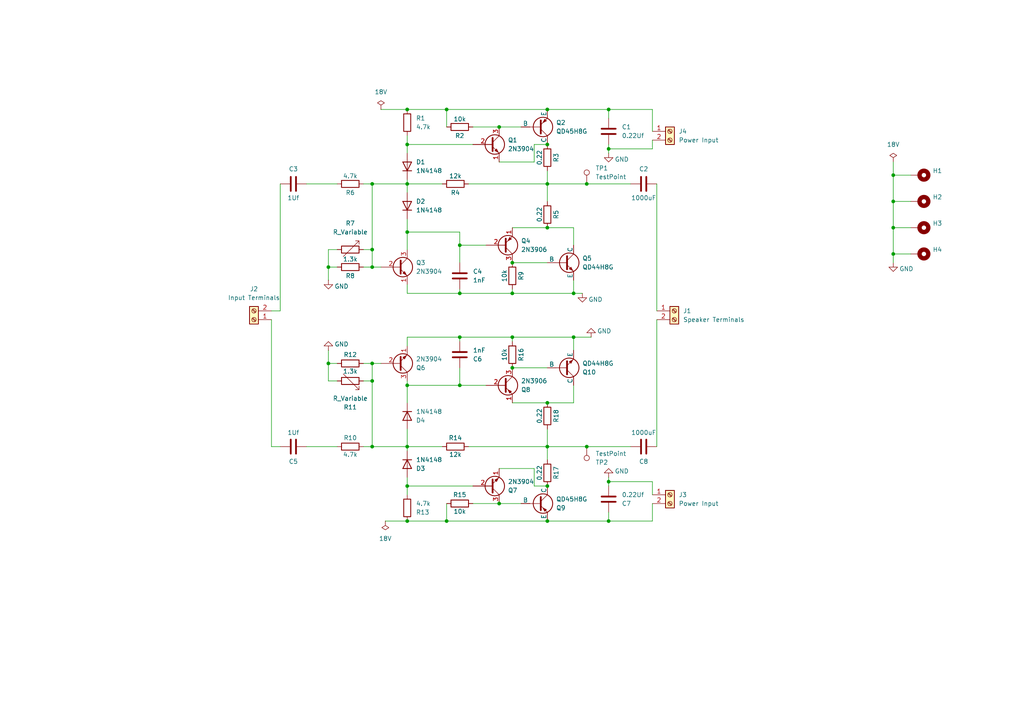
<source format=kicad_sch>
(kicad_sch (version 20231120) (generator "eeschema") (generator_version "8.0")
  (paper "A4")
  (lib_symbols
    (symbol "Connector:Screw_Terminal_01x02" (pin_names (offset 1.016) hide)
      (property "Reference" "J" (at 0 2.54 0))
      (property "Value" "Screw_Terminal_01x02" (at 0 -5.08 0))
      (symbol "Screw_Terminal_01x02_1_1"
        (rectangle (start -1.27 1.27) (end 1.27 -3.81) (stroke (width 0.254)) (fill (type background)))
        (circle (center 0 -2.54) (radius 0.635) (stroke (width 0.1524)))
        (polyline (pts (xy -0.5334 -2.2098) (xy 0.3302 -3.048)) (stroke (width 0.1524)))
        (polyline (pts (xy -0.5334 0.3302) (xy 0.3302 -0.508)) (stroke (width 0.1524)))
        (polyline (pts (xy -0.3556 -2.032) (xy 0.508 -2.8702)) (stroke (width 0.1524)))
        (polyline (pts (xy -0.3556 0.508) (xy 0.508 -0.3302)) (stroke (width 0.1524)))
        (circle (center 0 0) (radius 0.635) (stroke (width 0.1524)))
        (pin passive line (at -5.08 0 0) (length 3.81) (name "Pin_1") (number "1"))
        (pin passive line (at -5.08 -2.54 0) (length 3.81) (name "Pin_2") (number "2"))
      )
    )
    (symbol "Connector:TestPoint" (pin_numbers hide) (pin_names (offset 0.762) hide)
      (property "Reference" "TP" (at 0 6.858 0))
      (property "Value" "TestPoint" (at 0 5.08 0))
      (symbol "TestPoint_0_1"
        (circle (center 0 3.302) (radius 0.762))
      )
      (symbol "TestPoint_1_1"
        (pin passive line (at 0 0 90) (length 2.54) (name "1") (number "1"))
      )
    )
    (symbol "Device:C" (pin_numbers hide) (pin_names (offset 0.254))
      (property "Reference" "C" (at 0.635 2.54 0))
      (property "Value" "C" (at 0.635 -2.54 0))
      (symbol "C_0_1"
        (polyline (pts (xy -2.032 -0.762) (xy 2.032 -0.762)) (stroke (width 0.508)))
        (polyline (pts (xy -2.032 0.762) (xy 2.032 0.762)) (stroke (width 0.508)))
      )
      (symbol "C_1_1"
        (pin passive line (at 0 3.81 270) (length 2.794) (name "~") (number "1"))
        (pin passive line (at 0 -3.81 90) (length 2.794) (name "~") (number "2"))
      )
    )
    (symbol "Device:R" (pin_numbers hide) (pin_names (offset 0))
      (property "Reference" "R" (at 2.032 0 90))
      (property "Value" "R" (at 0 0 90))
      (symbol "R_0_1"
        (rectangle (start -1.016 -2.54) (end 1.016 2.54) (stroke (width 0.254)))
      )
      (symbol "R_1_1"
        (pin passive line (at 0 3.81 270) (length 1.27) (name "~") (number "1"))
        (pin passive line (at 0 -3.81 90) (length 1.27) (name "~") (number "2"))
      )
    )
    (symbol "Device:R_Variable" (pin_numbers hide) (pin_names (offset 0))
      (property "Reference" "R" (at 2.54 -2.54 90))
      (property "Value" "R_Variable" (at -2.54 -1.27 90))
      (symbol "R_Variable_0_1"
        (rectangle (start -1.016 -2.54) (end 1.016 2.54) (stroke (width 0.254)))
        (polyline (pts (xy 2.54 1.524) (xy 2.54 2.54) (xy 1.524 2.54) (xy 2.54 2.54) (xy -2.032 -2.032)))
      )
      (symbol "R_Variable_1_1"
        (pin passive line (at 0 3.81 270) (length 1.27) (name "~") (number "1"))
        (pin passive line (at 0 -3.81 90) (length 1.27) (name "~") (number "2"))
      )
    )
    (symbol "Diode:1N4148" (pin_numbers hide) (pin_names hide)
      (property "Reference" "D" (at 0 2.54 0))
      (property "Value" "1N4148" (at 0 -2.54 0))
      (symbol "1N4148_0_1"
        (polyline (pts (xy -1.27 1.27) (xy -1.27 -1.27)) (stroke (width 0.254)))
        (polyline (pts (xy 1.27 0) (xy -1.27 0)))
        (polyline (pts (xy 1.27 1.27) (xy 1.27 -1.27) (xy -1.27 0) (xy 1.27 1.27)) (stroke (width 0.254)))
      )
      (symbol "1N4148_1_1"
        (pin passive line (at -3.81 0 0) (length 2.54) (name "K") (number "1"))
        (pin passive line (at 3.81 0 180) (length 2.54) (name "A") (number "2"))
      )
    )
    (symbol "Mechanical:MountingHole_Pad" (pin_numbers hide) (pin_names (offset 1.016) hide) (exclude_from_sim yes) (in_bom no)
      (property "Reference" "H" (at 0 6.35 0))
      (property "Value" "MountingHole_Pad" (at 0 4.445 0))
      (symbol "MountingHole_Pad_0_1"
        (circle (center 0 1.27) (radius 1.27) (stroke (width 1.27)))
      )
      (symbol "MountingHole_Pad_1_1"
        (pin input line (at 0 -2.54 90) (length 2.54) (name "1") (number "1"))
      )
    )
    (symbol "Simulation_SPICE:NPN" (pin_numbers hide) (pin_names (offset 0))
      (property "Reference" "Q" (at -2.54 7.62 0))
      (property "Value" "NPN" (at -2.54 5.08 0))
      (symbol "NPN_0_1"
        (polyline (pts (xy -2.54 0) (xy 0.635 0)) (stroke (width 0.1524)))
        (polyline (pts (xy 0.635 0.635) (xy 2.54 2.54)))
        (polyline (pts (xy 2.794 -1.27) (xy 2.794 -1.27)) (stroke (width 0.1524)))
        (polyline (pts (xy 2.794 -1.27) (xy 2.794 -1.27)) (stroke (width 0.1524)))
        (polyline (pts (xy 0.635 -0.635) (xy 2.54 -2.54) (xy 2.54 -2.54)))
        (polyline (pts (xy 0.635 1.905) (xy 0.635 -1.905) (xy 0.635 -1.905)) (stroke (width 0.508)))
        (polyline (pts (xy 1.27 -1.778) (xy 1.778 -1.27) (xy 2.286 -2.286) (xy 1.27 -1.778) (xy 1.27 -1.778)) (fill (type outline)))
        (circle (center 1.27 0) (radius 2.8194) (stroke (width 0.254)))
      )
      (symbol "NPN_1_1"
        (pin open_collector line (at 2.54 5.08 270) (length 2.54) (name "C") (number "1"))
        (pin input line (at -5.08 0 0) (length 2.54) (name "B") (number "2"))
        (pin open_emitter line (at 2.54 -5.08 90) (length 2.54) (name "E") (number "3"))
      )
    )
    (symbol "Simulation_SPICE:PNP" (pin_numbers hide) (pin_names (offset 0))
      (property "Reference" "Q" (at -2.54 7.62 0))
      (property "Value" "PNP" (at -2.54 5.08 0))
      (symbol "PNP_0_1"
        (polyline (pts (xy -2.54 0) (xy 0.635 0)) (stroke (width 0.1524)))
        (polyline (pts (xy 0.635 0.635) (xy 2.54 2.54)))
        (polyline (pts (xy 0.635 -0.635) (xy 2.54 -2.54) (xy 2.54 -2.54)))
        (polyline (pts (xy 0.635 1.905) (xy 0.635 -1.905) (xy 0.635 -1.905)) (stroke (width 0.508)))
        (polyline (pts (xy 2.286 -1.778) (xy 1.778 -2.286) (xy 1.27 -1.27) (xy 2.286 -1.778) (xy 2.286 -1.778)) (fill (type outline)))
        (circle (center 1.27 0) (radius 2.8194) (stroke (width 0.254)))
      )
      (symbol "PNP_1_1"
        (pin open_collector line (at 2.54 5.08 270) (length 2.54) (name "C") (number "1"))
        (pin input line (at -5.08 0 0) (length 2.54) (name "B") (number "2"))
        (pin open_emitter line (at 2.54 -5.08 90) (length 2.54) (name "E") (number "3"))
      )
    )
    (symbol "Transistor_BJT:2N3904" (pin_names (offset 0) hide)
      (property "Reference" "Q" (at 5.08 1.905 0))
      (property "Value" "2N3904" (at 5.08 0 0))
      (symbol "2N3904_0_1"
        (polyline (pts (xy 0.635 0.635) (xy 2.54 2.54)))
        (polyline (pts (xy 0.635 -0.635) (xy 2.54 -2.54) (xy 2.54 -2.54)))
        (polyline (pts (xy 0.635 1.905) (xy 0.635 -1.905) (xy 0.635 -1.905)) (stroke (width 0.508)))
        (polyline (pts (xy 1.27 -1.778) (xy 1.778 -1.27) (xy 2.286 -2.286) (xy 1.27 -1.778) (xy 1.27 -1.778)) (fill (type outline)))
        (circle (center 1.27 0) (radius 2.8194) (stroke (width 0.254)))
      )
      (symbol "2N3904_1_1"
        (pin passive line (at 2.54 -5.08 90) (length 2.54) (name "E") (number "1"))
        (pin passive line (at -5.08 0 0) (length 5.715) (name "B") (number "2"))
        (pin passive line (at 2.54 5.08 270) (length 2.54) (name "C") (number "3"))
      )
    )
    (symbol "Transistor_BJT:2N3906" (pin_names (offset 0) hide)
      (property "Reference" "Q" (at 5.08 1.905 0))
      (property "Value" "2N3906" (at 5.08 0 0))
      (symbol "2N3906_0_1"
        (polyline (pts (xy 0.635 0.635) (xy 2.54 2.54)))
        (polyline (pts (xy 0.635 -0.635) (xy 2.54 -2.54) (xy 2.54 -2.54)))
        (polyline (pts (xy 0.635 1.905) (xy 0.635 -1.905) (xy 0.635 -1.905)) (stroke (width 0.508)))
        (polyline (pts (xy 2.286 -1.778) (xy 1.778 -2.286) (xy 1.27 -1.27) (xy 2.286 -1.778) (xy 2.286 -1.778)) (fill (type outline)))
        (circle (center 1.27 0) (radius 2.8194) (stroke (width 0.254)))
      )
      (symbol "2N3906_1_1"
        (pin passive line (at 2.54 -5.08 90) (length 2.54) (name "E") (number "1"))
        (pin input line (at -5.08 0 0) (length 5.715) (name "B") (number "2"))
        (pin passive line (at 2.54 5.08 270) (length 2.54) (name "C") (number "3"))
      )
    )
    (symbol "power:GND" (power) (pin_numbers hide) (pin_names (offset 0) hide)
      (property "Value" "GND" (at 0 -3.81 0))
      (symbol "GND_0_1"
        (polyline (pts (xy 0 0) (xy 0 -1.27) (xy 1.27 -1.27) (xy 0 -2.54) (xy -1.27 -1.27) (xy 0 -1.27)))
      )
      (symbol "GND_1_1"
        (pin power_in line (at 0 0 270) (length 0) (name "~") (number "1"))
      )
    )
    (symbol "power:PWR_FLAG" (power) (pin_numbers hide) (pin_names (offset 0) hide)
      (property "Value" "PWR_FLAG" (at 0 3.81 0))
      (symbol "PWR_FLAG_0_0"
        (pin power_out line (at 0 0 90) (length 0) (name "~") (number "1"))
      )
      (symbol "PWR_FLAG_0_1"
        (polyline (pts (xy 0 0) (xy 0 1.27) (xy -1.016 1.905) (xy 0 2.54) (xy 1.016 1.905) (xy 0 1.27)))
      )
    )
  )
  (junction (at 176.53 31.75))
  (junction (at 107.95 129.54))
  (junction (at 158.75 41.91))
  (junction (at 118.11 31.75))
  (junction (at 107.95 110.49))
  (junction (at 133.35 85.09))
  (junction (at 170.18 129.54))
  (junction (at 118.11 67.31))
  (junction (at 176.53 139.7))
  (junction (at 107.95 105.41))
  (junction (at 107.95 77.47))
  (junction (at 144.78 146.05))
  (junction (at 133.35 71.12))
  (junction (at 118.11 53.34))
  (junction (at 259.08 50.8))
  (junction (at 95.25 105.41))
  (junction (at 148.59 97.79))
  (junction (at 144.78 36.83))
  (junction (at 118.11 140.97))
  (junction (at 148.59 106.68))
  (junction (at 176.53 43.18))
  (junction (at 118.11 151.13))
  (junction (at 158.75 31.75))
  (junction (at 158.75 116.84))
  (junction (at 118.11 129.54))
  (junction (at 158.75 151.13))
  (junction (at 148.59 85.09))
  (junction (at 118.11 41.91))
  (junction (at 129.54 31.75))
  (junction (at 158.75 129.54))
  (junction (at 95.25 77.47))
  (junction (at 133.35 111.76))
  (junction (at 148.59 76.2))
  (junction (at 170.18 53.34))
  (junction (at 107.95 72.39))
  (junction (at 259.08 58.42))
  (junction (at 158.75 140.97))
  (junction (at 166.37 97.79))
  (junction (at 158.75 53.34))
  (junction (at 129.54 151.13))
  (junction (at 176.53 151.13))
  (junction (at 118.11 111.76))
  (junction (at 259.08 66.04))
  (junction (at 133.35 97.79))
  (junction (at 259.08 73.66))
  (junction (at 166.37 85.09))
  (junction (at 107.95 53.34))
  (junction (at 158.75 66.04))
  (wire (pts (xy 190.5 92.71) (xy 190.5 129.54)))
  (wire (pts (xy 95.25 105.41) (xy 95.25 101.6)))
  (wire (pts (xy 107.95 105.41) (xy 107.95 110.49)))
  (wire (pts (xy 107.95 129.54) (xy 107.95 110.49)))
  (wire (pts (xy 259.08 46.99) (xy 259.08 50.8)))
  (wire (pts (xy 97.79 105.41) (xy 95.25 105.41)))
  (wire (pts (xy 118.11 31.75) (xy 129.54 31.75)))
  (wire (pts (xy 137.16 36.83) (xy 144.78 36.83)))
  (wire (pts (xy 158.75 41.91) (xy 154.94 41.91)))
  (wire (pts (xy 78.74 92.71) (xy 78.74 129.54)))
  (wire (pts (xy 135.89 129.54) (xy 158.75 129.54)))
  (wire (pts (xy 133.35 83.82) (xy 133.35 85.09)))
  (wire (pts (xy 189.23 146.05) (xy 189.23 151.13)))
  (wire (pts (xy 158.75 66.04) (xy 166.37 66.04)))
  (wire (pts (xy 133.35 71.12) (xy 133.35 76.2)))
  (wire (pts (xy 107.95 77.47) (xy 107.95 72.39)))
  (wire (pts (xy 105.41 77.47) (xy 107.95 77.47)))
  (wire (pts (xy 259.08 58.42) (xy 259.08 66.04)))
  (wire (pts (xy 105.41 129.54) (xy 107.95 129.54)))
  (wire (pts (xy 158.75 129.54) (xy 158.75 124.46)))
  (wire (pts (xy 176.53 151.13) (xy 189.23 151.13)))
  (wire (pts (xy 137.16 146.05) (xy 144.78 146.05)))
  (wire (pts (xy 105.41 110.49) (xy 107.95 110.49)))
  (wire (pts (xy 118.11 143.51) (xy 118.11 140.97)))
  (wire (pts (xy 118.11 140.97) (xy 118.11 138.43)))
  (wire (pts (xy 97.79 110.49) (xy 95.25 110.49)))
  (wire (pts (xy 259.08 73.66) (xy 259.08 76.2)))
  (wire (pts (xy 166.37 66.04) (xy 166.37 71.12)))
  (wire (pts (xy 259.08 58.42) (xy 264.16 58.42)))
  (wire (pts (xy 118.11 116.84) (xy 118.11 111.76)))
  (wire (pts (xy 118.11 53.34) (xy 118.11 55.88)))
  (wire (pts (xy 158.75 129.54) (xy 170.18 129.54)))
  (wire (pts (xy 133.35 111.76) (xy 140.97 111.76)))
  (wire (pts (xy 78.74 90.17) (xy 81.28 90.17)))
  (wire (pts (xy 95.25 110.49) (xy 95.25 105.41)))
  (wire (pts (xy 118.11 53.34) (xy 118.11 52.07)))
  (wire (pts (xy 154.94 41.91) (xy 154.94 46.99)))
  (wire (pts (xy 144.78 135.89) (xy 154.94 135.89)))
  (wire (pts (xy 176.53 138.43) (xy 176.53 139.7)))
  (wire (pts (xy 118.11 111.76) (xy 133.35 111.76)))
  (wire (pts (xy 190.5 53.34) (xy 190.5 90.17)))
  (wire (pts (xy 95.25 72.39) (xy 95.25 77.47)))
  (wire (pts (xy 118.11 151.13) (xy 129.54 151.13)))
  (wire (pts (xy 118.11 111.76) (xy 118.11 110.49)))
  (wire (pts (xy 129.54 31.75) (xy 129.54 36.83)))
  (wire (pts (xy 133.35 97.79) (xy 148.59 97.79)))
  (wire (pts (xy 158.75 140.97) (xy 154.94 140.97)))
  (wire (pts (xy 107.95 77.47) (xy 110.49 77.47)))
  (wire (pts (xy 97.79 72.39) (xy 95.25 72.39)))
  (wire (pts (xy 128.27 53.34) (xy 118.11 53.34)))
  (wire (pts (xy 133.35 85.09) (xy 148.59 85.09)))
  (wire (pts (xy 129.54 151.13) (xy 158.75 151.13)))
  (wire (pts (xy 118.11 67.31) (xy 118.11 72.39)))
  (wire (pts (xy 105.41 105.41) (xy 107.95 105.41)))
  (wire (pts (xy 128.27 129.54) (xy 118.11 129.54)))
  (wire (pts (xy 176.53 44.45) (xy 176.53 43.18)))
  (wire (pts (xy 176.53 43.18) (xy 189.23 43.18)))
  (wire (pts (xy 189.23 143.51) (xy 189.23 139.7)))
  (wire (pts (xy 97.79 77.47) (xy 95.25 77.47)))
  (wire (pts (xy 118.11 39.37) (xy 118.11 41.91)))
  (wire (pts (xy 176.53 139.7) (xy 176.53 140.97)))
  (wire (pts (xy 148.59 97.79) (xy 166.37 97.79)))
  (wire (pts (xy 105.41 72.39) (xy 107.95 72.39)))
  (wire (pts (xy 107.95 105.41) (xy 110.49 105.41)))
  (wire (pts (xy 158.75 53.34) (xy 170.18 53.34)))
  (wire (pts (xy 144.78 36.83) (xy 151.13 36.83)))
  (wire (pts (xy 144.78 146.05) (xy 151.13 146.05)))
  (wire (pts (xy 118.11 41.91) (xy 118.11 44.45)))
  (wire (pts (xy 148.59 66.04) (xy 158.75 66.04)))
  (wire (pts (xy 88.9 129.54) (xy 97.79 129.54)))
  (wire (pts (xy 105.41 53.34) (xy 107.95 53.34)))
  (wire (pts (xy 118.11 100.33) (xy 118.11 97.79)))
  (wire (pts (xy 166.37 101.6) (xy 166.37 97.79)))
  (wire (pts (xy 88.9 53.34) (xy 97.79 53.34)))
  (wire (pts (xy 110.49 31.75) (xy 118.11 31.75)))
  (wire (pts (xy 148.59 83.82) (xy 148.59 85.09)))
  (wire (pts (xy 95.25 77.47) (xy 95.25 81.28)))
  (wire (pts (xy 111.76 151.13) (xy 118.11 151.13)))
  (wire (pts (xy 158.75 151.13) (xy 176.53 151.13)))
  (wire (pts (xy 118.11 129.54) (xy 118.11 130.81)))
  (wire (pts (xy 118.11 129.54) (xy 118.11 124.46)))
  (wire (pts (xy 166.37 81.28) (xy 166.37 85.09)))
  (wire (pts (xy 259.08 66.04) (xy 264.16 66.04)))
  (wire (pts (xy 158.75 31.75) (xy 176.53 31.75)))
  (wire (pts (xy 166.37 116.84) (xy 166.37 111.76)))
  (wire (pts (xy 176.53 151.13) (xy 176.53 148.59)))
  (wire (pts (xy 133.35 111.76) (xy 133.35 106.68)))
  (wire (pts (xy 81.28 53.34) (xy 81.28 90.17)))
  (wire (pts (xy 176.53 43.18) (xy 176.53 41.91)))
  (wire (pts (xy 176.53 139.7) (xy 189.23 139.7)))
  (wire (pts (xy 158.75 116.84) (xy 166.37 116.84)))
  (wire (pts (xy 148.59 76.2) (xy 158.75 76.2)))
  (wire (pts (xy 176.53 31.75) (xy 176.53 34.29)))
  (wire (pts (xy 107.95 129.54) (xy 118.11 129.54)))
  (wire (pts (xy 259.08 66.04) (xy 259.08 73.66)))
  (wire (pts (xy 189.23 40.64) (xy 189.23 43.18)))
  (wire (pts (xy 118.11 41.91) (xy 137.16 41.91)))
  (wire (pts (xy 189.23 38.1) (xy 189.23 31.75)))
  (wire (pts (xy 107.95 53.34) (xy 107.95 72.39)))
  (wire (pts (xy 166.37 85.09) (xy 168.91 85.09)))
  (wire (pts (xy 166.37 97.79) (xy 171.45 97.79)))
  (wire (pts (xy 118.11 67.31) (xy 133.35 67.31)))
  (wire (pts (xy 158.75 53.34) (xy 158.75 58.42)))
  (wire (pts (xy 176.53 31.75) (xy 189.23 31.75)))
  (wire (pts (xy 118.11 63.5) (xy 118.11 67.31)))
  (wire (pts (xy 118.11 140.97) (xy 137.16 140.97)))
  (wire (pts (xy 133.35 67.31) (xy 133.35 71.12)))
  (wire (pts (xy 118.11 82.55) (xy 118.11 85.09)))
  (wire (pts (xy 133.35 99.06) (xy 133.35 97.79)))
  (wire (pts (xy 129.54 31.75) (xy 158.75 31.75)))
  (wire (pts (xy 118.11 85.09) (xy 133.35 85.09)))
  (wire (pts (xy 259.08 50.8) (xy 259.08 58.42)))
  (wire (pts (xy 118.11 97.79) (xy 133.35 97.79)))
  (wire (pts (xy 148.59 85.09) (xy 166.37 85.09)))
  (wire (pts (xy 148.59 116.84) (xy 158.75 116.84)))
  (wire (pts (xy 259.08 50.8) (xy 264.16 50.8)))
  (wire (pts (xy 144.78 46.99) (xy 154.94 46.99)))
  (wire (pts (xy 158.75 53.34) (xy 158.75 49.53)))
  (wire (pts (xy 170.18 53.34) (xy 182.88 53.34)))
  (wire (pts (xy 148.59 99.06) (xy 148.59 97.79)))
  (wire (pts (xy 135.89 53.34) (xy 158.75 53.34)))
  (wire (pts (xy 129.54 151.13) (xy 129.54 146.05)))
  (wire (pts (xy 78.74 129.54) (xy 81.28 129.54)))
  (wire (pts (xy 107.95 53.34) (xy 118.11 53.34)))
  (wire (pts (xy 170.18 129.54) (xy 182.88 129.54)))
  (wire (pts (xy 259.08 73.66) (xy 264.16 73.66)))
  (wire (pts (xy 158.75 129.54) (xy 158.75 133.35)))
  (wire (pts (xy 133.35 71.12) (xy 140.97 71.12)))
  (wire (pts (xy 154.94 140.97) (xy 154.94 135.89)))
  (wire (pts (xy 148.59 106.68) (xy 158.75 106.68)))
  (symbol (lib_id "Device:C") (at 176.53 144.78 0) (mirror x) (unit 1)
    (property "Reference" "C7" (at 180.34 146.0501 0) (effects (justify left)))
    (property "Value" "0.22Uf" (at 180.34 143.5101 0) (effects (justify left)))
    (property "Description" "Unpolarized capacitor" (effects (hide yes)))
  )
  (symbol (lib_id "Simulation_SPICE:NPN") (at 163.83 76.2 0) (unit 1)
    (property "Reference" "Q5" (at 168.91 74.9299 0) (effects (justify left)))
    (property "Value" "QD44H8G" (at 168.91 77.4699 0) (effects (justify left)))
    (property "Datasheet" "https://ngspice.sourceforge.io/docs/ngspice-html-manual/manual.xhtml#cha_BJTs" (effects (hide yes)))
    (property "Description" "Bipolar transistor symbol for simulation only, substrate tied to the emitter" (effects (hide yes)))
    (property "Sim.Device" "NPN" (effects (hide yes)))
    (property "Sim.Type" "GUMMELPOON" (effects (hide yes)))
    (property "Sim.Pins" "1=C 2=B 3=E" (effects (hide yes)))
  )
  (symbol (lib_id "Device:R") (at 158.75 120.65 0) (mirror x) (unit 1)
    (property "Reference" "R18" (at 161.29 120.65 90))
    (property "Value" "0.22" (at 156.464 120.65 90))
    (property "Description" "Resistor" (effects (hide yes)))
  )
  (symbol (lib_id "Device:C") (at 186.69 53.34 90) (unit 1)
    (property "Reference" "C2" (at 186.69 49.022 90))
    (property "Value" "1000uF" (at 186.69 57.404 90))
    (property "Description" "Unpolarized capacitor" (effects (hide yes)))
  )
  (symbol (lib_id "Device:R") (at 132.08 129.54 270) (mirror x) (unit 1)
    (property "Reference" "R14" (at 132.08 127 90))
    (property "Value" "12k" (at 132.08 131.826 90))
    (property "Description" "Resistor" (effects (hide yes)))
  )
  (symbol (lib_id "power:GND") (at 176.53 138.43 0) (mirror x) (unit 1)
    (property "Reference" "#PWR06" (effects (hide yes)))
    (property "Value" "GND" (at 180.34 136.652 0))
    (property "Description" "Power symbol creates a global label with name \"GND\" , ground" (effects (hide yes)))
  )
  (symbol (lib_id "Device:R") (at 133.35 36.83 270) (unit 1)
    (property "Reference" "R2" (at 133.35 39.37 90))
    (property "Value" "10k" (at 133.35 34.544 90))
    (property "Description" "Resistor" (effects (hide yes)))
  )
  (symbol (lib_id "Device:R") (at 101.6 53.34 270) (unit 1)
    (property "Reference" "R6" (at 101.6 55.88 90))
    (property "Value" "4.7k" (at 101.6 51.054 90))
    (property "Description" "Resistor" (effects (hide yes)))
  )
  (symbol (lib_id "Device:C") (at 186.69 129.54 90) (mirror x) (unit 1)
    (property "Reference" "C8" (at 186.69 133.858 90))
    (property "Value" "1000uF" (at 186.69 125.476 90))
    (property "Description" "Unpolarized capacitor" (effects (hide yes)))
  )
  (symbol (lib_id "Device:R") (at 158.75 62.23 0) (unit 1)
    (property "Reference" "R5" (at 161.29 62.23 90))
    (property "Value" "0.22" (at 156.464 62.23 90))
    (property "Description" "Resistor" (effects (hide yes)))
  )
  (symbol (lib_id "Device:C") (at 85.09 53.34 90) (unit 1)
    (property "Reference" "C3" (at 85.09 49.022 90))
    (property "Value" "1Uf" (at 85.09 57.404 90))
    (property "Description" "Unpolarized capacitor" (effects (hide yes)))
  )
  (symbol (lib_id "Connector:TestPoint") (at 170.18 129.54 0) (mirror x) (unit 1)
    (property "Reference" "TP2" (at 172.72 134.1121 0) (effects (justify left)))
    (property "Value" "TestPoint" (at 172.72 131.5721 0) (effects (justify left)))
    (property "Description" "test point" (effects (hide yes)))
  )
  (symbol (lib_id "Connector:TestPoint") (at 170.18 53.34 0) (unit 1)
    (property "Reference" "TP1" (at 172.72 48.7679 0) (effects (justify left)))
    (property "Value" "TestPoint" (at 172.72 51.3079 0) (effects (justify left)))
    (property "Description" "test point" (effects (hide yes)))
  )
  (symbol (lib_id "Diode:1N4148") (at 118.11 120.65 90) (mirror x) (unit 1)
    (property "Reference" "D4" (at 120.65 121.9201 90) (effects (justify right)))
    (property "Value" "1N4148" (at 120.65 119.3801 90) (effects (justify right)))
    (property "Footprint" "Diode_THT:D_DO-35_SOD27_P7.62mm_Horizontal" (effects (hide yes)))
    (property "Datasheet" "https://assets.nexperia.com/documents/data-sheet/1N4148_1N4448.pdf" (effects (hide yes)))
    (property "Description" "100V 0.15A standard switching diode, DO-35" (effects (hide yes)))
    (property "Sim.Device" "D" (effects (hide yes)))
    (property "Sim.Pins" "1=K 2=A" (effects (hide yes)))
  )
  (symbol (lib_id "Device:R_Variable") (at 101.6 72.39 270) (mirror x) (unit 1)
    (property "Reference" "R7" (at 101.6 64.77 90))
    (property "Value" "R_Variable" (at 101.6 67.31 90))
    (property "Description" "Variable resistor" (effects (hide yes)))
  )
  (symbol (lib_id "Device:R") (at 118.11 147.32 0) (mirror x) (unit 1)
    (property "Reference" "R13" (at 120.65 148.5901 0) (effects (justify left)))
    (property "Value" "4.7k" (at 120.65 146.0501 0) (effects (justify left)))
    (property "Description" "Resistor" (effects (hide yes)))
  )
  (symbol (lib_id "power:PWR_FLAG") (at 111.76 151.13 180) (unit 1)
    (property "Reference" "#FLG03" (effects (hide yes)))
    (property "Value" "18V" (at 111.76 156.21 0))
    (property "Description" "Special symbol for telling ERC where power comes from" (effects (hide yes)))
  )
  (symbol (lib_id "Device:R") (at 101.6 129.54 270) (mirror x) (unit 1)
    (property "Reference" "R10" (at 101.6 127 90))
    (property "Value" "4.7k" (at 101.6 131.826 90))
    (property "Description" "Resistor" (effects (hide yes)))
  )
  (symbol (lib_id "Device:C") (at 176.53 38.1 0) (unit 1)
    (property "Reference" "C1" (at 180.34 36.8299 0) (effects (justify left)))
    (property "Value" "0.22Uf" (at 180.34 39.3699 0) (effects (justify left)))
    (property "Description" "Unpolarized capacitor" (effects (hide yes)))
  )
  (symbol (lib_id "Simulation_SPICE:NPN") (at 163.83 106.68 0) (mirror x) (unit 1)
    (property "Reference" "Q10" (at 168.91 107.9501 0) (effects (justify left)))
    (property "Value" "QD44H8G" (at 168.91 105.4101 0) (effects (justify left)))
    (property "Datasheet" "https://ngspice.sourceforge.io/docs/ngspice-html-manual/manual.xhtml#cha_BJTs" (effects (hide yes)))
    (property "Description" "Bipolar transistor symbol for simulation only, substrate tied to the emitter" (effects (hide yes)))
    (property "Sim.Device" "NPN" (effects (hide yes)))
    (property "Sim.Type" "GUMMELPOON" (effects (hide yes)))
    (property "Sim.Pins" "1=C 2=B 3=E" (effects (hide yes)))
  )
  (symbol (lib_id "Device:R") (at 148.59 102.87 0) (mirror x) (unit 1)
    (property "Reference" "R16" (at 151.13 102.87 90))
    (property "Value" "10k" (at 146.304 102.87 90))
    (property "Description" "Resistor" (effects (hide yes)))
  )
  (symbol (lib_id "Mechanical:MountingHole_Pad") (at 266.7 50.8 270) (unit 1) (exclude_from_sim yes) (in_bom no)
    (property "Reference" "H1" (at 270.51 49.5299 90) (effects (justify left)))
    (property "Value" "MountingHole_Pad" (effects (hide yes)))
    (property "Description" "Mounting Hole with connection" (effects (hide yes)))
  )
  (symbol (lib_id "Connector:Screw_Terminal_01x02") (at 73.66 92.71 180) (unit 1)
    (property "Reference" "J2" (at 73.66 83.82 0))
    (property "Value" "Input Terminals" (at 73.66 86.36 0))
    (property "Description" "Generic screw terminal, single row, 01x02, script generated (kicad-library-utils/schlib/autogen/connector/)" (effects (hide yes)))
  )
  (symbol (lib_id "Device:R") (at 132.08 53.34 270) (unit 1)
    (property "Reference" "R4" (at 132.08 55.88 90))
    (property "Value" "12k" (at 132.08 51.054 90))
    (property "Description" "Resistor" (effects (hide yes)))
  )
  (symbol (lib_id "Simulation_SPICE:PNP") (at 156.21 36.83 0) (mirror x) (unit 1)
    (property "Reference" "Q2" (at 161.29 35.5599 0) (effects (justify left)))
    (property "Value" "QD45H8G" (at 161.29 38.0999 0) (effects (justify left)))
    (property "Datasheet" "https://ngspice.sourceforge.io/docs/ngspice-html-manual/manual.xhtml#cha_BJTs" (effects (hide yes)))
    (property "Description" "Bipolar transistor symbol for simulation only, substrate tied to the emitter" (effects (hide yes)))
    (property "Sim.Device" "PNP" (effects (hide yes)))
    (property "Sim.Type" "GUMMELPOON" (effects (hide yes)))
    (property "Sim.Pins" "1=C 2=B 3=E" (effects (hide yes)))
  )
  (symbol (lib_id "power:GND") (at 171.45 97.79 0) (mirror x) (unit 1)
    (property "Reference" "#PWR05" (effects (hide yes)))
    (property "Value" "GND" (at 175.26 96.012 0))
    (property "Description" "Power symbol creates a global label with name \"GND\" , ground" (effects (hide yes)))
  )
  (symbol (lib_id "Device:R_Variable") (at 101.6 110.49 270) (unit 1)
    (property "Reference" "R11" (at 101.6 118.11 90))
    (property "Value" "R_Variable" (at 101.6 115.57 90))
    (property "Description" "Variable resistor" (effects (hide yes)))
  )
  (symbol (lib_id "Device:R") (at 158.75 137.16 0) (mirror x) (unit 1)
    (property "Reference" "R17" (at 161.29 137.16 90))
    (property "Value" "0.22" (at 156.464 137.16 90))
    (property "Description" "Resistor" (effects (hide yes)))
  )
  (symbol (lib_id "Device:C") (at 133.35 80.01 0) (unit 1)
    (property "Reference" "C4" (at 137.16 78.7399 0) (effects (justify left)))
    (property "Value" "1nF" (at 137.16 81.2799 0) (effects (justify left)))
    (property "Description" "Unpolarized capacitor" (effects (hide yes)))
  )
  (symbol (lib_id "Mechanical:MountingHole_Pad") (at 266.7 66.04 270) (unit 1) (exclude_from_sim yes) (in_bom no)
    (property "Reference" "H3" (at 270.51 64.7699 90) (effects (justify left)))
    (property "Value" "MountingHole_Pad" (effects (hide yes)))
    (property "Description" "Mounting Hole with connection" (effects (hide yes)))
  )
  (symbol (lib_id "Diode:1N4148") (at 118.11 134.62 90) (mirror x) (unit 1)
    (property "Reference" "D3" (at 120.65 135.8901 90) (effects (justify right)))
    (property "Value" "1N4148" (at 120.65 133.3501 90) (effects (justify right)))
    (property "Footprint" "Diode_THT:D_DO-35_SOD27_P7.62mm_Horizontal" (effects (hide yes)))
    (property "Datasheet" "https://assets.nexperia.com/documents/data-sheet/1N4148_1N4448.pdf" (effects (hide yes)))
    (property "Description" "100V 0.15A standard switching diode, DO-35" (effects (hide yes)))
    (property "Sim.Device" "D" (effects (hide yes)))
    (property "Sim.Pins" "1=K 2=A" (effects (hide yes)))
  )
  (symbol (lib_id "Transistor_BJT:2N3904") (at 115.57 77.47 0) (unit 1)
    (property "Reference" "Q3" (at 120.65 76.1999 0) (effects (justify left)))
    (property "Value" "2N3904" (at 120.65 78.7399 0) (effects (justify left)))
    (property "Footprint" "Package_TO_SOT_THT:TO-92_Inline" (effects (hide yes)))
    (property "Datasheet" "https://www.onsemi.com/pub/Collateral/2N3903-D.PDF" (effects (hide yes)))
    (property "Description" "0.2A Ic, 40V Vce, Small Signal NPN Transistor, TO-92" (effects (hide yes)))
  )
  (symbol (lib_id "Connector:Screw_Terminal_01x02") (at 194.31 143.51 0) (unit 1)
    (property "Reference" "J3" (at 196.85 143.5099 0) (effects (justify left)))
    (property "Value" "Power Input" (at 196.85 146.0499 0) (effects (justify left)))
    (property "Description" "Generic screw terminal, single row, 01x02, script generated (kicad-library-utils/schlib/autogen/connector/)" (effects (hide yes)))
  )
  (symbol (lib_id "power:PWR_FLAG") (at 110.49 31.75 0) (unit 1)
    (property "Reference" "#FLG01" (effects (hide yes)))
    (property "Value" "18V" (at 110.49 26.67 0))
    (property "Description" "Special symbol for telling ERC where power comes from" (effects (hide yes)))
  )
  (symbol (lib_id "Mechanical:MountingHole_Pad") (at 266.7 73.66 270) (unit 1) (exclude_from_sim yes) (in_bom no)
    (property "Reference" "H4" (at 270.51 72.3899 90) (effects (justify left)))
    (property "Value" "MountingHole_Pad" (effects (hide yes)))
    (property "Description" "Mounting Hole with connection" (effects (hide yes)))
  )
  (symbol (lib_id "Simulation_SPICE:PNP") (at 156.21 146.05 0) (unit 1)
    (property "Reference" "Q9" (at 161.29 147.3201 0) (effects (justify left)))
    (property "Value" "QD45H8G" (at 161.29 144.7801 0) (effects (justify left)))
    (property "Datasheet" "https://ngspice.sourceforge.io/docs/ngspice-html-manual/manual.xhtml#cha_BJTs" (effects (hide yes)))
    (property "Description" "Bipolar transistor symbol for simulation only, substrate tied to the emitter" (effects (hide yes)))
    (property "Sim.Device" "PNP" (effects (hide yes)))
    (property "Sim.Type" "GUMMELPOON" (effects (hide yes)))
    (property "Sim.Pins" "1=C 2=B 3=E" (effects (hide yes)))
  )
  (symbol (lib_id "Device:R") (at 101.6 105.41 270) (mirror x) (unit 1)
    (property "Reference" "R12" (at 101.6 102.87 90))
    (property "Value" "1.3k" (at 101.6 107.696 90))
    (property "Description" "Resistor" (effects (hide yes)))
  )
  (symbol (lib_id "power:GND") (at 259.08 76.2 0) (unit 1)
    (property "Reference" "#PWR07" (effects (hide yes)))
    (property "Value" "GND" (at 262.89 77.978 0))
    (property "Description" "Power symbol creates a global label with name \"GND\" , ground" (effects (hide yes)))
  )
  (symbol (lib_id "power:GND") (at 176.53 44.45 0) (unit 1)
    (property "Reference" "#PWR01" (effects (hide yes)))
    (property "Value" "GND" (at 180.34 46.228 0))
    (property "Description" "Power symbol creates a global label with name \"GND\" , ground" (effects (hide yes)))
  )
  (symbol (lib_id "Transistor_BJT:2N3904") (at 142.24 41.91 0) (unit 1)
    (property "Reference" "Q1" (at 147.32 40.6399 0) (effects (justify left)))
    (property "Value" "2N3904" (at 147.32 43.1799 0) (effects (justify left)))
    (property "Footprint" "Package_TO_SOT_THT:TO-92_Inline" (effects (hide yes)))
    (property "Datasheet" "https://www.onsemi.com/pub/Collateral/2N3903-D.PDF" (effects (hide yes)))
    (property "Description" "0.2A Ic, 40V Vce, Small Signal NPN Transistor, TO-92" (effects (hide yes)))
  )
  (symbol (lib_id "Device:C") (at 133.35 102.87 0) (mirror x) (unit 1)
    (property "Reference" "C6" (at 137.16 104.1401 0) (effects (justify left)))
    (property "Value" "1nF" (at 137.16 101.6001 0) (effects (justify left)))
    (property "Description" "Unpolarized capacitor" (effects (hide yes)))
  )
  (symbol (lib_id "power:GND") (at 95.25 101.6 0) (mirror x) (unit 1)
    (property "Reference" "#PWR04" (effects (hide yes)))
    (property "Value" "GND" (at 99.06 99.822 0))
    (property "Description" "Power symbol creates a global label with name \"GND\" , ground" (effects (hide yes)))
  )
  (symbol (lib_id "Connector:Screw_Terminal_01x02") (at 194.31 38.1 0) (unit 1)
    (property "Reference" "J4" (at 196.85 38.0999 0) (effects (justify left)))
    (property "Value" "Power Input" (at 196.85 40.6399 0) (effects (justify left)))
    (property "Description" "Generic screw terminal, single row, 01x02, script generated (kicad-library-utils/schlib/autogen/connector/)" (effects (hide yes)))
  )
  (symbol (lib_id "Device:R") (at 101.6 77.47 270) (unit 1)
    (property "Reference" "R8" (at 101.6 80.01 90))
    (property "Value" "1.3k" (at 101.6 75.184 90))
    (property "Description" "Resistor" (effects (hide yes)))
  )
  (symbol (lib_id "Transistor_BJT:2N3906") (at 146.05 71.12 0) (mirror x) (unit 1)
    (property "Reference" "Q4" (at 151.13 69.8499 0) (effects (justify left)))
    (property "Value" "2N3906" (at 151.13 72.3899 0) (effects (justify left)))
    (property "Footprint" "Package_TO_SOT_THT:TO-92_Inline" (effects (hide yes)))
    (property "Datasheet" "https://www.onsemi.com/pub/Collateral/2N3906-D.PDF" (effects (hide yes)))
    (property "Description" "-0.2A Ic, -40V Vce, Small Signal PNP Transistor, TO-92" (effects (hide yes)))
  )
  (symbol (lib_id "Device:C") (at 85.09 129.54 90) (mirror x) (unit 1)
    (property "Reference" "C5" (at 85.09 133.858 90))
    (property "Value" "1Uf" (at 85.09 125.476 90))
    (property "Description" "Unpolarized capacitor" (effects (hide yes)))
  )
  (symbol (lib_id "Device:R") (at 148.59 80.01 0) (unit 1)
    (property "Reference" "R9" (at 151.13 80.01 90))
    (property "Value" "10k" (at 146.304 80.01 90))
    (property "Description" "Resistor" (effects (hide yes)))
  )
  (symbol (lib_id "Transistor_BJT:2N3906") (at 146.05 111.76 0) (unit 1)
    (property "Reference" "Q8" (at 151.13 113.0301 0) (effects (justify left)))
    (property "Value" "2N3906" (at 151.13 110.4901 0) (effects (justify left)))
    (property "Footprint" "Package_TO_SOT_THT:TO-92_Inline" (effects (hide yes)))
    (property "Datasheet" "https://www.onsemi.com/pub/Collateral/2N3906-D.PDF" (effects (hide yes)))
    (property "Description" "-0.2A Ic, -40V Vce, Small Signal PNP Transistor, TO-92" (effects (hide yes)))
  )
  (symbol (lib_id "Mechanical:MountingHole_Pad") (at 266.7 58.42 270) (unit 1) (exclude_from_sim yes) (in_bom no)
    (property "Reference" "H2" (at 270.51 57.1499 90) (effects (justify left)))
    (property "Value" "MountingHole_Pad" (effects (hide yes)))
    (property "Description" "Mounting Hole with connection" (effects (hide yes)))
  )
  (symbol (lib_id "power:GND") (at 168.91 85.09 0) (unit 1)
    (property "Reference" "#PWR03" (effects (hide yes)))
    (property "Value" "GND" (at 172.72 86.868 0))
    (property "Description" "Power symbol creates a global label with name \"GND\" , ground" (effects (hide yes)))
  )
  (symbol (lib_id "power:GND") (at 95.25 81.28 0) (unit 1)
    (property "Reference" "#PWR02" (effects (hide yes)))
    (property "Value" "GND" (at 99.06 83.058 0))
    (property "Description" "Power symbol creates a global label with name \"GND\" , ground" (effects (hide yes)))
  )
  (symbol (lib_id "power:PWR_FLAG") (at 259.08 46.99 0) (unit 1)
    (property "Reference" "#FLG02" (effects (hide yes)))
    (property "Value" "18V" (at 259.08 41.91 0))
    (property "Description" "Special symbol for telling ERC where power comes from" (effects (hide yes)))
  )
  (symbol (lib_id "Transistor_BJT:2N3904") (at 142.24 140.97 0) (mirror x) (unit 1)
    (property "Reference" "Q7" (at 147.32 142.2401 0) (effects (justify left)))
    (property "Value" "2N3904" (at 147.32 139.7001 0) (effects (justify left)))
    (property "Footprint" "Package_TO_SOT_THT:TO-92_Inline" (effects (hide yes)))
    (property "Datasheet" "https://www.onsemi.com/pub/Collateral/2N3903-D.PDF" (effects (hide yes)))
    (property "Description" "0.2A Ic, 40V Vce, Small Signal NPN Transistor, TO-92" (effects (hide yes)))
  )
  (symbol (lib_id "Connector:Screw_Terminal_01x02") (at 195.58 90.17 0) (unit 1)
    (property "Reference" "J1" (at 198.12 90.1699 0) (effects (justify left)))
    (property "Value" "Speaker Terminals" (at 198.12 92.7099 0) (effects (justify left)))
    (property "Description" "Generic screw terminal, single row, 01x02, script generated (kicad-library-utils/schlib/autogen/connector/)" (effects (hide yes)))
  )
  (symbol (lib_id "Device:R") (at 133.35 146.05 270) (mirror x) (unit 1)
    (property "Reference" "R15" (at 133.35 143.51 90))
    (property "Value" "10k" (at 133.35 148.336 90))
    (property "Description" "Resistor" (effects (hide yes)))
  )
  (symbol (lib_id "Diode:1N4148") (at 118.11 59.69 90) (unit 1)
    (property "Reference" "D2" (at 120.65 58.4199 90) (effects (justify right)))
    (property "Value" "1N4148" (at 120.65 60.9599 90) (effects (justify right)))
    (property "Footprint" "Diode_THT:D_DO-35_SOD27_P7.62mm_Horizontal" (effects (hide yes)))
    (property "Datasheet" "https://assets.nexperia.com/documents/data-sheet/1N4148_1N4448.pdf" (effects (hide yes)))
    (property "Description" "100V 0.15A standard switching diode, DO-35" (effects (hide yes)))
    (property "Sim.Device" "D" (effects (hide yes)))
    (property "Sim.Pins" "1=K 2=A" (effects (hide yes)))
  )
  (symbol (lib_id "Device:R") (at 158.75 45.72 0) (unit 1)
    (property "Reference" "R3" (at 161.29 45.72 90))
    (property "Value" "0.22" (at 156.464 45.72 90))
    (property "Description" "Resistor" (effects (hide yes)))
  )
  (symbol (lib_id "Diode:1N4148") (at 118.11 48.26 90) (unit 1)
    (property "Reference" "D1" (at 120.65 46.9899 90) (effects (justify right)))
    (property "Value" "1N4148" (at 120.65 49.5299 90) (effects (justify right)))
    (property "Footprint" "Diode_THT:D_DO-35_SOD27_P7.62mm_Horizontal" (effects (hide yes)))
    (property "Datasheet" "https://assets.nexperia.com/documents/data-sheet/1N4148_1N4448.pdf" (effects (hide yes)))
    (property "Description" "100V 0.15A standard switching diode, DO-35" (effects (hide yes)))
    (property "Sim.Device" "D" (effects (hide yes)))
    (property "Sim.Pins" "1=K 2=A" (effects (hide yes)))
  )
  (symbol (lib_id "Device:R") (at 118.11 35.56 0) (unit 1)
    (property "Reference" "R1" (at 120.65 34.2899 0) (effects (justify left)))
    (property "Value" "4.7k" (at 120.65 36.8299 0) (effects (justify left)))
    (property "Description" "Resistor" (effects (hide yes)))
  )
  (symbol (lib_id "Transistor_BJT:2N3904") (at 115.57 105.41 0) (mirror x) (unit 1)
    (property "Reference" "Q6" (at 120.65 106.6801 0) (effects (justify left)))
    (property "Value" "2N3904" (at 120.65 104.1401 0) (effects (justify left)))
    (property "Footprint" "Package_TO_SOT_THT:TO-92_Inline" (effects (hide yes)))
    (property "Datasheet" "https://www.onsemi.com/pub/Collateral/2N3903-D.PDF" (effects (hide yes)))
    (property "Description" "0.2A Ic, 40V Vce, Small Signal NPN Transistor, TO-92" (effects (hide yes)))
  )
)
</source>
